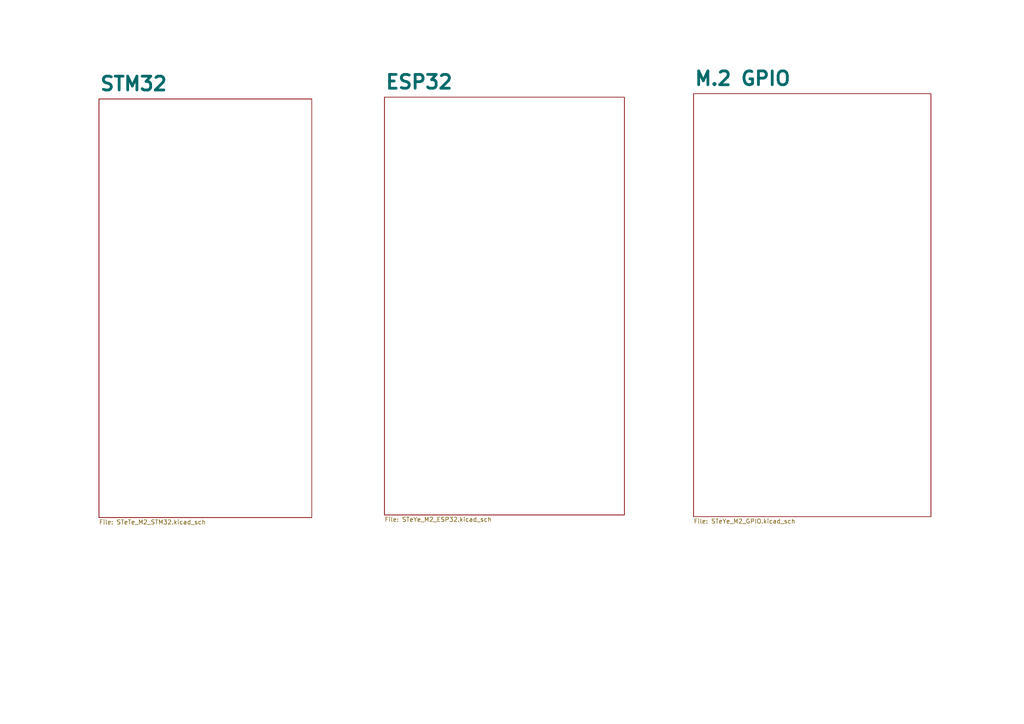
<source format=kicad_sch>
(kicad_sch
	(version 20231120)
	(generator "eeschema")
	(generator_version "8.0")
	(uuid "e5098078-2c80-46e8-82b9-86847b32f0cc")
	(paper "A4")
	(lib_symbols)
	(sheet
		(at 111.506 28.194)
		(size 69.596 121.158)
		(fields_autoplaced yes)
		(stroke
			(width 0.1524)
			(type solid)
		)
		(fill
			(color 0 0 0 0.0000)
		)
		(uuid "3c217f5a-4343-4369-9621-a0e864cd84d0")
		(property "Sheetname" "ESP32"
			(at 111.506 26.1174 0)
			(effects
				(font
					(size 4 4)
					(bold yes)
				)
				(justify left bottom)
			)
		)
		(property "Sheetfile" "STeYe_M2_ESP32.kicad_sch"
			(at 111.506 149.9366 0)
			(effects
				(font
					(size 1.27 1.27)
				)
				(justify left top)
			)
		)
		(instances
			(project "STeYe_M2"
				(path "/e5098078-2c80-46e8-82b9-86847b32f0cc"
					(page "3")
				)
			)
		)
	)
	(sheet
		(at 201.168 27.178)
		(size 68.834 122.682)
		(fields_autoplaced yes)
		(stroke
			(width 0.1524)
			(type solid)
		)
		(fill
			(color 0 0 0 0.0000)
		)
		(uuid "552ac8e6-44d5-465a-baa4-3fbb67fb9118")
		(property "Sheetname" "M.2 GPIO"
			(at 201.168 25.1014 0)
			(effects
				(font
					(size 4 4)
					(bold yes)
				)
				(justify left bottom)
			)
		)
		(property "Sheetfile" "STeYe_M2_GPIO.kicad_sch"
			(at 201.168 150.4446 0)
			(effects
				(font
					(size 1.27 1.27)
				)
				(justify left top)
			)
		)
		(instances
			(project "STeYe_M2"
				(path "/e5098078-2c80-46e8-82b9-86847b32f0cc"
					(page "4")
				)
			)
		)
	)
	(sheet
		(at 28.702 28.702)
		(size 61.722 121.412)
		(fields_autoplaced yes)
		(stroke
			(width 0.1524)
			(type solid)
		)
		(fill
			(color 0 0 0 0.0000)
		)
		(uuid "a29f5c01-83ca-4363-b5b1-264645fd9da2")
		(property "Sheetname" "STM32"
			(at 28.702 26.6254 0)
			(effects
				(font
					(size 4 4)
					(bold yes)
				)
				(justify left bottom)
			)
		)
		(property "Sheetfile" "STeTe_M2_STM32.kicad_sch"
			(at 28.702 150.6986 0)
			(effects
				(font
					(size 1.27 1.27)
				)
				(justify left top)
			)
		)
		(instances
			(project "STeYe_M2"
				(path "/e5098078-2c80-46e8-82b9-86847b32f0cc"
					(page "2")
				)
			)
		)
	)
	(sheet_instances
		(path "/"
			(page "1")
		)
	)
)

</source>
